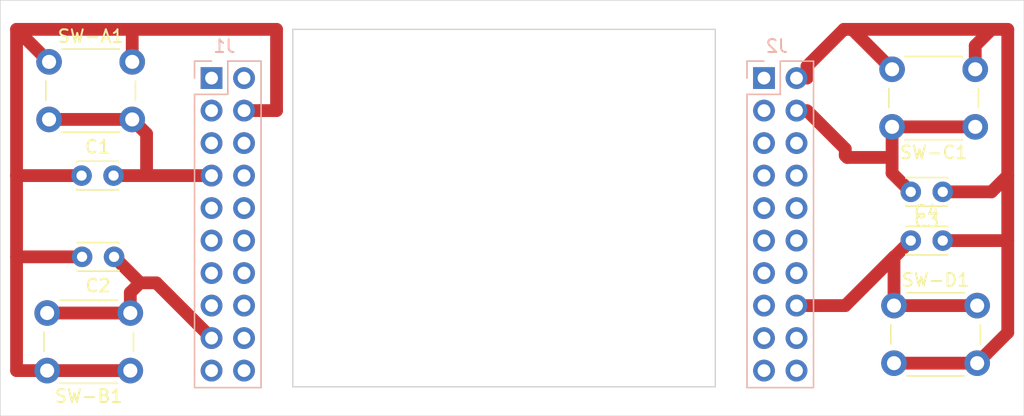
<source format=kicad_pcb>
(kicad_pcb (version 20211014) (generator pcbnew)
  (layers (0 "F.Cu" signal) (31 "B.Cu" signal) (34 "B.Paste" user) (35 "F.Paste" user) (36 "B.SilkS" user "B.Silkscreen") (37 "F.SilkS" user "F.Silkscreen") (38 "B.Mask" user) (39 "F.Mask" user) (44 "Edge.Cuts" user))
  (net 0 "")
  (net 1 "Net-(C2-Pad1)")
  (net 2 "Net-(C3-Pad2)")
  (net 3 "Net-(C3-Pad1)")
  (net 4 "Net-(C4-Pad1)")
  (net 5 "Net-(J1-Pad7)")
  (net 6 "Net-(J1-Pad4)")
  (footprint "Capacitor_THT:C_Disc_D3.0mm_W2.0mm_P2.50mm" (layer "F.Cu") (at 73.66 60.96)
    (fp_text reference "C1" (at 1.25 -2.25) (layer "F.SilkS"))
    (fp_text value "CODE 104")
    (fp_line (start -0.37 -1.12) (end -0.37 -1.055) (layer "F.SilkS") (width 0.12))
    (fp_line (start 2.87 -1.12) (end 2.87 -1.055) (layer "F.SilkS") (width 0.12))
    (fp_line (start -0.37 -1.12) (end 2.87 -1.12) (layer "F.SilkS") (width 0.12))
    (fp_line (start -0.37 1.055) (end -0.37 1.12) (layer "F.SilkS") (width 0.12))
    (fp_line (start -0.37 1.12) (end 2.87 1.12) (layer "F.SilkS") (width 0.12))
    (fp_line (start 2.87 1.055) (end 2.87 1.12) (layer "F.SilkS") (width 0.12))
    (pad "1" thru_hole circle locked (at 0 0) (size 1.6 1.6) (drill 0.8) (layers *.Cu *.Mask) (net 6 "Net-(J1-Pad4)"))
    (pad "2" thru_hole circle locked (at 2.5 0) (size 1.6 1.6) (drill 0.8) (layers *.Cu *.Mask) (net 5 "Net-(J1-Pad7)"))
  )
  (footprint "Capacitor_THT:C_Disc_D3.0mm_W2.0mm_P2.50mm" (layer "F.Cu") (at 76.2 67.31 180)
    (fp_text reference "C2" (at 1.25 -2.25) (layer "F.SilkS"))
    (fp_text value "CODE 104")
    (fp_line (start -0.37 1.12) (end 2.87 1.12) (layer "F.SilkS") (width 0.12))
    (fp_line (start -0.37 -1.12) (end -0.37 -1.055) (layer "F.SilkS") (width 0.12))
    (fp_line (start 2.87 -1.12) (end 2.87 -1.055) (layer "F.SilkS") (width 0.12))
    (fp_line (start -0.37 -1.12) (end 2.87 -1.12) (layer "F.SilkS") (width 0.12))
    (fp_line (start 2.87 1.055) (end 2.87 1.12) (layer "F.SilkS") (width 0.12))
    (fp_line (start -0.37 1.055) (end -0.37 1.12) (layer "F.SilkS") (width 0.12))
    (pad "1" thru_hole circle locked (at 0 0 180) (size 1.6 1.6) (drill 0.8) (layers *.Cu *.Mask) (net 1 "Net-(C2-Pad1)"))
    (pad "2" thru_hole circle locked (at 2.5 0 180) (size 1.6 1.6) (drill 0.8) (layers *.Cu *.Mask) (net 6 "Net-(J1-Pad4)"))
  )
  (footprint "Capacitor_THT:C_Disc_D3.0mm_W2.0mm_P2.50mm" (layer "F.Cu") (at 140.97 62.23 180)
    (fp_text reference "C3" (at 1.25 -2.25) (layer "F.SilkS"))
    (fp_text value "CODE 104")
    (fp_line (start -0.37 -1.12) (end -0.37 -1.055) (layer "F.SilkS") (width 0.12))
    (fp_line (start 2.87 1.055) (end 2.87 1.12) (layer "F.SilkS") (width 0.12))
    (fp_line (start -0.37 -1.12) (end 2.87 -1.12) (layer "F.SilkS") (width 0.12))
    (fp_line (start -0.37 1.12) (end 2.87 1.12) (layer "F.SilkS") (width 0.12))
    (fp_line (start -0.37 1.055) (end -0.37 1.12) (layer "F.SilkS") (width 0.12))
    (fp_line (start 2.87 -1.12) (end 2.87 -1.055) (layer "F.SilkS") (width 0.12))
    (pad "1" thru_hole circle locked (at 0 0 180) (size 1.6 1.6) (drill 0.8) (layers *.Cu *.Mask) (net 3 "Net-(C3-Pad1)"))
    (pad "2" thru_hole circle locked (at 2.5 0 180) (size 1.6 1.6) (drill 0.8) (layers *.Cu *.Mask) (net 2 "Net-(C3-Pad2)"))
  )
  (footprint "Capacitor_THT:C_Disc_D3.0mm_W2.0mm_P2.50mm" (layer "F.Cu") (at 138.47 66.04)
    (fp_text reference "C4" (at 1.25 -2.25) (layer "F.SilkS"))
    (fp_text value "CODE 104")
    (fp_line (start -0.37 -1.12) (end -0.37 -1.055) (layer "F.SilkS") (width 0.12))
    (fp_line (start -0.37 1.055) (end -0.37 1.12) (layer "F.SilkS") (width 0.12))
    (fp_line (start 2.87 1.055) (end 2.87 1.12) (layer "F.SilkS") (width 0.12))
    (fp_line (start -0.37 -1.12) (end 2.87 -1.12) (layer "F.SilkS") (width 0.12))
    (fp_line (start -0.37 1.12) (end 2.87 1.12) (layer "F.SilkS") (width 0.12))
    (fp_line (start 2.87 -1.12) (end 2.87 -1.055) (layer "F.SilkS") (width 0.12))
    (pad "1" thru_hole circle locked (at 0 0) (size 1.6 1.6) (drill 0.8) (layers *.Cu *.Mask) (net 4 "Net-(C4-Pad1)"))
    (pad "2" thru_hole circle locked (at 2.5 0) (size 1.6 1.6) (drill 0.8) (layers *.Cu *.Mask) (net 3 "Net-(C3-Pad1)"))
  )
  (footprint "Button_Switch_THT:SW_PUSH_6mm" (layer "F.Cu") (at 71.12 52.07)
    (fp_text reference "SW-A1" (at 3.25 -2) (layer "F.SilkS"))
    (fp_text value "SW_Push")
    (fp_line (start -0.25 1.5) (end -0.25 3) (layer "F.SilkS") (width 0.12))
    (fp_line (start 1 5.5) (end 5.5 5.5) (layer "F.SilkS") (width 0.12))
    (fp_line (start 6.75 3) (end 6.75 1.5) (layer "F.SilkS") (width 0.12))
    (fp_line (start 5.5 -1) (end 1 -1) (layer "F.SilkS") (width 0.12))
    (pad "1" thru_hole circle locked (at 6.5 0 90) (size 2 2) (drill 1.1) (layers *.Cu *.Mask) (net 6 "Net-(J1-Pad4)"))
    (pad "1" thru_hole circle locked (at 0 0 90) (size 2 2) (drill 1.1) (layers *.Cu *.Mask) (net 6 "Net-(J1-Pad4)"))
    (pad "2" thru_hole circle locked (at 0 4.5 90) (size 2 2) (drill 1.1) (layers *.Cu *.Mask) (net 5 "Net-(J1-Pad7)"))
    (pad "2" thru_hole circle locked (at 6.5 4.5 90) (size 2 2) (drill 1.1) (layers *.Cu *.Mask) (net 5 "Net-(J1-Pad7)"))
  )
  (footprint "Button_Switch_THT:SW_PUSH_6mm" (layer "F.Cu") (at 77.47 76.2 180)
    (fp_text reference "SW-B1" (at 3.25 -2) (layer "F.SilkS"))
    (fp_text value "SW_Push")
    (fp_line (start -0.25 1.5) (end -0.25 3) (layer "F.SilkS") (width 0.12))
    (fp_line (start 1 5.5) (end 5.5 5.5) (layer "F.SilkS") (width 0.12))
    (fp_line (start 6.75 3) (end 6.75 1.5) (layer "F.SilkS") (width 0.12))
    (fp_line (start 5.5 -1) (end 1 -1) (layer "F.SilkS") (width 0.12))
    (pad "1" thru_hole circle locked (at 6.5 0 270) (size 2 2) (drill 1.1) (layers *.Cu *.Mask) (net 6 "Net-(J1-Pad4)"))
    (pad "1" thru_hole circle locked (at 0 0 270) (size 2 2) (drill 1.1) (layers *.Cu *.Mask) (net 6 "Net-(J1-Pad4)"))
    (pad "2" thru_hole circle locked (at 0 4.5 270) (size 2 2) (drill 1.1) (layers *.Cu *.Mask) (net 1 "Net-(C2-Pad1)"))
    (pad "2" thru_hole circle locked (at 6.5 4.5 270) (size 2 2) (drill 1.1) (layers *.Cu *.Mask) (net 1 "Net-(C2-Pad1)"))
  )
  (footprint "Button_Switch_THT:SW_PUSH_6mm" (layer "F.Cu") (at 143.51 57.15 180)
    (fp_text reference "SW-C1" (at 3.25 -2) (layer "F.SilkS"))
    (fp_text value "SW_Push")
    (fp_line (start 6.75 3) (end 6.75 1.5) (layer "F.SilkS") (width 0.12))
    (fp_line (start 5.5 -1) (end 1 -1) (layer "F.SilkS") (width 0.12))
    (fp_line (start 1 5.5) (end 5.5 5.5) (layer "F.SilkS") (width 0.12))
    (fp_line (start -0.25 1.5) (end -0.25 3) (layer "F.SilkS") (width 0.12))
    (pad "1" thru_hole circle locked (at 6.5 0 270) (size 2 2) (drill 1.1) (layers *.Cu *.Mask) (net 2 "Net-(C3-Pad2)"))
    (pad "1" thru_hole circle locked (at 0 0 270) (size 2 2) (drill 1.1) (layers *.Cu *.Mask) (net 2 "Net-(C3-Pad2)"))
    (pad "2" thru_hole circle locked (at 6.5 4.5 270) (size 2 2) (drill 1.1) (layers *.Cu *.Mask) (net 3 "Net-(C3-Pad1)"))
    (pad "2" thru_hole circle locked (at 0 4.5 270) (size 2 2) (drill 1.1) (layers *.Cu *.Mask) (net 3 "Net-(C3-Pad1)"))
  )
  (footprint "Button_Switch_THT:SW_PUSH_6mm" (layer "F.Cu") (at 137.16 71.12)
    (fp_text reference "SW-D1" (at 3.25 -2) (layer "F.SilkS"))
    (fp_text value "SW_Push")
    (fp_line (start 5.5 -1) (end 1 -1) (layer "F.SilkS") (width 0.12))
    (fp_line (start 1 5.5) (end 5.5 5.5) (layer "F.SilkS") (width 0.12))
    (fp_line (start -0.25 1.5) (end -0.25 3) (layer "F.SilkS") (width 0.12))
    (fp_line (start 6.75 3) (end 6.75 1.5) (layer "F.SilkS") (width 0.12))
    (pad "1" thru_hole circle locked (at 6.5 0 90) (size 2 2) (drill 1.1) (layers *.Cu *.Mask) (net 4 "Net-(C4-Pad1)"))
    (pad "1" thru_hole circle locked (at 0 0 90) (size 2 2) (drill 1.1) (layers *.Cu *.Mask) (net 4 "Net-(C4-Pad1)"))
    (pad "2" thru_hole circle locked (at 6.5 4.5 90) (size 2 2) (drill 1.1) (layers *.Cu *.Mask) (net 3 "Net-(C3-Pad1)"))
    (pad "2" thru_hole circle locked (at 0 4.5 90) (size 2 2) (drill 1.1) (layers *.Cu *.Mask) (net 3 "Net-(C3-Pad1)"))
  )
  (footprint "Connector_PinSocket_2.54mm:PinSocket_2x10_P2.54mm_Vertical" (layer "B.Cu") (at 127 53.34 180)
    (fp_text reference "J2" (at -1 2.5) (layer "B.SilkS") (effects (justify mirror)))
    (fp_text value "Conn_02x10_Counter_Clockwise")
    (fp_line (start -3.87 1.33) (end -3.87 -24.19) (layer "B.SilkS") (width 0.12))
    (fp_line (start 1.33 -1.27) (end 1.33 -24.19) (layer "B.SilkS") (width 0.12))
    (fp_line (start -3.87 -24.19) (end 1.33 -24.19) (layer "B.SilkS") (width 0.12))
    (fp_line (start -1.27 1.33) (end -1.27 -1.27) (layer "B.SilkS") (width 0.12))
    (fp_line (start 0 1.33) (end 1.33 1.33) (layer "B.SilkS") (width 0.12))
    (fp_line (start -3.87 1.33) (end -1.27 1.33) (layer "B.SilkS") (width 0.12))
    (fp_line (start -1.27 -1.27) (end 1.33 -1.27) (layer "B.SilkS") (width 0.12))
    (fp_line (start 1.33 1.33) (end 1.33 0) (layer "B.SilkS") (width 0.12))
    (pad "1" thru_hole rect locked (at 0 0 180) (size 1.7 1.7) (drill 1) (layers *.Cu *.Mask))
    (pad "2" thru_hole oval locked (at -2.54 0 180) (size 1.7 1.7) (drill 1) (layers *.Cu *.Mask) (net 3 "Net-(C3-Pad1)"))
    (pad "3" thru_hole oval locked (at 0 -2.54 180) (size 1.7 1.7) (drill 1) (layers *.Cu *.Mask))
    (pad "4" thru_hole oval locked (at -2.54 -2.54 180) (size 1.7 1.7) (drill 1) (layers *.Cu *.Mask) (net 2 "Net-(C3-Pad2)"))
    (pad "5" thru_hole oval locked (at 0 -5.08 180) (size 1.7 1.7) (drill 1) (layers *.Cu *.Mask))
    (pad "6" thru_hole oval locked (at -2.54 -5.08 180) (size 1.7 1.7) (drill 1) (layers *.Cu *.Mask))
    (pad "7" thru_hole oval locked (at 0 -7.62 180) (size 1.7 1.7) (drill 1) (layers *.Cu *.Mask))
    (pad "8" thru_hole oval locked (at -2.54 -7.62 180) (size 1.7 1.7) (drill 1) (layers *.Cu *.Mask))
    (pad "9" thru_hole oval locked (at 0 -10.16 180) (size 1.7 1.7) (drill 1) (layers *.Cu *.Mask))
    (pad "10" thru_hole oval locked (at -2.54 -10.16 180) (size 1.7 1.7) (drill 1) (layers *.Cu *.Mask))
    (pad "11" thru_hole oval locked (at 0 -12.7 180) (size 1.7 1.7) (drill 1) (layers *.Cu *.Mask))
    (pad "12" thru_hole oval locked (at -2.54 -12.7 180) (size 1.7 1.7) (drill 1) (layers *.Cu *.Mask))
    (pad "13" thru_hole oval locked (at 0 -15.24 180) (size 1.7 1.7) (drill 1) (layers *.Cu *.Mask))
    (pad "14" thru_hole oval locked (at -2.54 -15.24 180) (size 1.7 1.7) (drill 1) (layers *.Cu *.Mask))
    (pad "15" thru_hole oval locked (at 0 -17.78 180) (size 1.7 1.7) (drill 1) (layers *.Cu *.Mask))
    (pad "16" thru_hole oval locked (at -2.54 -17.78 180) (size 1.7 1.7) (drill 1) (layers *.Cu *.Mask) (net 4 "Net-(C4-Pad1)"))
    (pad "17" thru_hole oval locked (at 0 -20.32 180) (size 1.7 1.7) (drill 1) (layers *.Cu *.Mask))
    (pad "18" thru_hole oval locked (at -2.54 -20.32 180) (size 1.7 1.7) (drill 1) (layers *.Cu *.Mask))
    (pad "19" thru_hole oval locked (at 0 -22.86 180) (size 1.7 1.7) (drill 1) (layers *.Cu *.Mask))
    (pad "20" thru_hole oval locked (at -2.54 -22.86 180) (size 1.7 1.7) (drill 1) (layers *.Cu *.Mask))
  )
  (footprint "Connector_PinSocket_2.54mm:PinSocket_2x10_P2.54mm_Vertical" (layer "B.Cu") (at 83.82 53.34 180)
    (fp_text reference "J1" (at -1 2.5) (layer "B.SilkS") (effects (justify mirror)))
    (fp_text value "Conn_02x10_Counter_Clockwise")
    (fp_line (start -3.87 1.33) (end -1.27 1.33) (layer "B.SilkS") (width 0.12))
    (fp_line (start -1.27 -1.27) (end 1.33 -1.27) (layer "B.SilkS") (width 0.12))
    (fp_line (start -1.27 1.33) (end -1.27 -1.27) (layer "B.SilkS") (width 0.12))
    (fp_line (start -3.87 -24.19) (end 1.33 -24.19) (layer "B.SilkS") (width 0.12))
    (fp_line (start 1.33 -1.27) (end 1.33 -24.19) (layer "B.SilkS") (width 0.12))
    (fp_line (start 1.33 1.33) (end 1.33 0) (layer "B.SilkS") (width 0.12))
    (fp_line (start 0 1.33) (end 1.33 1.33) (layer "B.SilkS") (width 0.12))
    (fp_line (start -3.87 1.33) (end -3.87 -24.19) (layer "B.SilkS") (width 0.12))
    (pad "1" thru_hole rect locked (at 0 0 180) (size 1.7 1.7) (drill 1) (layers *.Cu *.Mask))
    (pad "2" thru_hole oval locked (at -2.54 0 180) (size 1.7 1.7) (drill 1) (layers *.Cu *.Mask))
    (pad "3" thru_hole oval locked (at 0 -2.54 180) (size 1.7 1.7) (drill 1) (layers *.Cu *.Mask))
    (pad "4" thru_hole oval locked (at -2.54 -2.54 180) (size 1.7 1.7) (drill 1) (layers *.Cu *.Mask) (net 6 "Net-(J1-Pad4)"))
    (pad "5" thru_hole oval locked (at 0 -5.08 180) (size 1.7 1.7) (drill 1) (layers *.Cu *.Mask))
    (pad "6" thru_hole oval locked (at -2.54 -5.08 180) (size 1.7 1.7) (drill 1) (layers *.Cu *.Mask))
    (pad "7" thru_hole oval locked (at 0 -7.62 180) (size 1.7 1.7) (drill 1) (layers *.Cu *.Mask) (net 5 "Net-(J1-Pad7)"))
    (pad "8" thru_hole oval locked (at -2.54 -7.62 180) (size 1.7 1.7) (drill 1) (layers *.Cu *.Mask))
    (pad "9" thru_hole oval locked (at 0 -10.16 180) (size 1.7 1.7) (drill 1) (layers *.Cu *.Mask))
    (pad "10" thru_hole oval locked (at -2.54 -10.16 180) (size 1.7 1.7) (drill 1) (layers *.Cu *.Mask))
    (pad "11" thru_hole oval locked (at 0 -12.7 180) (size 1.7 1.7) (drill 1) (layers *.Cu *.Mask))
    (pad "12" thru_hole oval locked (at -2.54 -12.7 180) (size 1.7 1.7) (drill 1) (layers *.Cu *.Mask))
    (pad "13" thru_hole oval locked (at 0 -15.24 180) (size 1.7 1.7) (drill 1) (layers *.Cu *.Mask))
    (pad "14" thru_hole oval locked (at -2.54 -15.24 180) (size 1.7 1.7) (drill 1) (layers *.Cu *.Mask))
    (pad "15" thru_hole oval locked (at 0 -17.78 180) (size 1.7 1.7) (drill 1) (layers *.Cu *.Mask))
    (pad "16" thru_hole oval locked (at -2.54 -17.78 180) (size 1.7 1.7) (drill 1) (layers *.Cu *.Mask))
    (pad "17" thru_hole oval locked (at 0 -20.32 180) (size 1.7 1.7) (drill 1) (layers *.Cu *.Mask) (net 1 "Net-(C2-Pad1)"))
    (pad "18" thru_hole oval locked (at -2.54 -20.32 180) (size 1.7 1.7) (drill 1) (layers *.Cu *.Mask))
    (pad "19" thru_hole oval locked (at 0 -22.86 180) (size 1.7 1.7) (drill 1) (layers *.Cu *.Mask))
    (pad "20" thru_hole oval locked (at -2.54 -22.86 180) (size 1.7 1.7) (drill 1) (layers *.Cu *.Mask))
  )
  (gr_line (start 67.31 79.74) (end 67.31 47.26) (layer "Edge.Cuts") (width 0.05))
  (gr_line (start 67.31 47.26) (end 147.32 47.26) (layer "Edge.Cuts") (width 0.05))
  (gr_line (start 147.32 79.74) (end 67.31 79.74) (layer "Edge.Cuts") (width 0.05))
  (gr_line (start 90.17 77.47) (end 90.17 49.53) (layer "Edge.Cuts") (width 0.1))
  (gr_line (start 123.19 49.53) (end 123.19 77.47) (layer "Edge.Cuts") (width 0.1))
  (gr_line (start 90.17 49.53) (end 123.19 49.53) (layer "Edge.Cuts") (width 0.1))
  (gr_line (start 147.32 47.26) (end 147.32 79.74) (layer "Edge.Cuts") (width 0.05))
  (gr_line (start 123.19 77.47) (end 90.17 77.47) (layer "Edge.Cuts") (width 0.1))
  (segment (start 77.47 71.7) (end 77.47 70.1) (width 1) (layer "F.Cu") (net 1))
  (segment (start 79.5 69.34) (end 83.82 73.66) (width 1) (layer "F.Cu") (net 1))
  (segment (start 78.23 69.34) (end 76.2 67.31) (width 1) (layer "F.Cu") (net 1))
  (segment (start 77.47 71.7) (end 70.97 71.7) (width 1) (layer "F.Cu") (net 1))
  (segment (start 78.23 69.34) (end 79.5 69.34) (width 1) (layer "F.Cu") (net 1))
  (segment (start 77.47 70.1) (end 78.23 69.34) (width 1) (layer "F.Cu") (net 1))
  (segment (start 133.5 59.54) (end 133.35 59.39) (width 1) (layer "F.Cu") (net 2))
  (segment (start 133.35 59.39) (end 133.35 58.87) (width 1) (layer "F.Cu") (net 2))
  (segment (start 137.01 59.54) (end 133.5 59.54) (width 1) (layer "F.Cu") (net 2))
  (segment (start 133.35 58.87) (end 130.36 55.88) (width 1) (layer "F.Cu") (net 2))
  (segment (start 137.01 60.77) (end 138.47 62.23) (width 1) (layer "F.Cu") (net 2))
  (segment (start 137.01 57.15) (end 137.01 59.54) (width 1) (layer "F.Cu") (net 2))
  (segment (start 137.01 57.15) (end 143.51 57.15) (width 1) (layer "F.Cu") (net 2))
  (segment (start 137.01 59.54) (end 137.01 60.77) (width 1) (layer "F.Cu") (net 2))
  (segment (start 130.36 53.34) (end 130.36 52.415) (width 1) (layer "F.Cu") (net 3))
  (segment (start 140.97 62.23) (end 144.78 62.23) (width 1) (layer "F.Cu") (net 3))
  (segment (start 137.16 75.62) (end 143.66 75.62) (width 1) (layer "F.Cu") (net 3))
  (segment (start 133.245 49.53) (end 146.05 49.53) (width 1) (layer "F.Cu") (net 3))
  (segment (start 143.51 50.8) (end 144.78 49.53) (width 1) (layer "F.Cu") (net 3))
  (segment (start 146.05 73.23) (end 143.66 75.62) (width 1) (layer "F.Cu") (net 3))
  (segment (start 146.05 60.96) (end 146.05 73.23) (width 1) (layer "F.Cu") (net 3))
  (segment (start 137.01 52.65) (end 133.89 49.53) (width 1) (layer "F.Cu") (net 3))
  (segment (start 130.36 52.415) (end 133.245 49.53) (width 1) (layer "F.Cu") (net 3))
  (segment (start 143.51 52.65) (end 143.51 50.8) (width 1) (layer "F.Cu") (net 3))
  (segment (start 144.78 62.23) (end 146.05 60.96) (width 1) (layer "F.Cu") (net 3))
  (segment (start 146.05 49.53) (end 146.05 60.96) (width 1) (layer "F.Cu") (net 3))
  (segment (start 140.97 66.04) (end 146.05 66.04) (width 1) (layer "F.Cu") (net 3))
  (segment (start 137.16 71.12) (end 143.66 71.12) (width 1) (layer "F.Cu") (net 4))
  (segment (start 137.17 67.34) (end 138.47 66.04) (width 1) (layer "F.Cu") (net 4))
  (segment (start 133.35 71.12) (end 137.16 67.31) (width 1) (layer "F.Cu") (net 4))
  (segment (start 130.36 71.12) (end 133.35 71.12) (width 1) (layer "F.Cu") (net 4))
  (segment (start 137.16 71.12) (end 137.16 67.31) (width 1) (layer "F.Cu") (net 4))
  (segment (start 78.74 60.96) (end 78.74 57.69) (width 1) (layer "F.Cu") (net 5))
  (segment (start 78.74 60.96) (end 83.82 60.96) (width 1) (layer "F.Cu") (net 5))
  (segment (start 76.16 60.96) (end 78.74 60.96) (width 1) (layer "F.Cu") (net 5))
  (segment (start 78.74 57.69) (end 77.62 56.57) (width 1) (layer "F.Cu") (net 5))
  (segment (start 77.62 56.57) (end 71.12 56.57) (width 1) (layer "F.Cu") (net 5))
  (segment (start 70.97 76.2) (end 68.58 76.2) (width 1) (layer "F.Cu") (net 6))
  (segment (start 73.66 60.96) (end 68.58 60.96) (width 1) (layer "F.Cu") (net 6))
  (segment (start 71.12 52.07) (end 68.58 49.53) (width 1) (layer "F.Cu") (net 6))
  (segment (start 77.47 49.53) (end 88.9 49.53) (width 1) (layer "F.Cu") (net 6))
  (segment (start 87.63 55.88) (end 86.36 55.88) (width 1) (layer "F.Cu") (net 6))
  (segment (start 68.58 76.2) (end 68.58 60.96) (width 1) (layer "F.Cu") (net 6))
  (segment (start 77.62 49.68) (end 77.47 49.53) (width 1) (layer "F.Cu") (net 6))
  (segment (start 77.62 52.07) (end 77.62 49.68) (width 1) (layer "F.Cu") (net 6))
  (segment (start 88.9 49.53) (end 88.9 55.88) (width 1) (layer "F.Cu") (net 6))
  (segment (start 77.47 76.2) (end 70.97 76.2) (width 1) (layer "F.Cu") (net 6))
  (segment (start 68.58 49.53) (end 77.47 49.53) (width 1) (layer "F.Cu") (net 6))
  (segment (start 68.58 60.96) (end 68.58 49.53) (width 1) (layer "F.Cu") (net 6))
  (segment (start 73.7 67.31) (end 68.58 67.31) (width 1) (layer "F.Cu") (net 6))
  (segment (start 88.9 55.88) (end 87.63 55.88) (width 1) (layer "F.Cu") (net 6))
)
</source>
